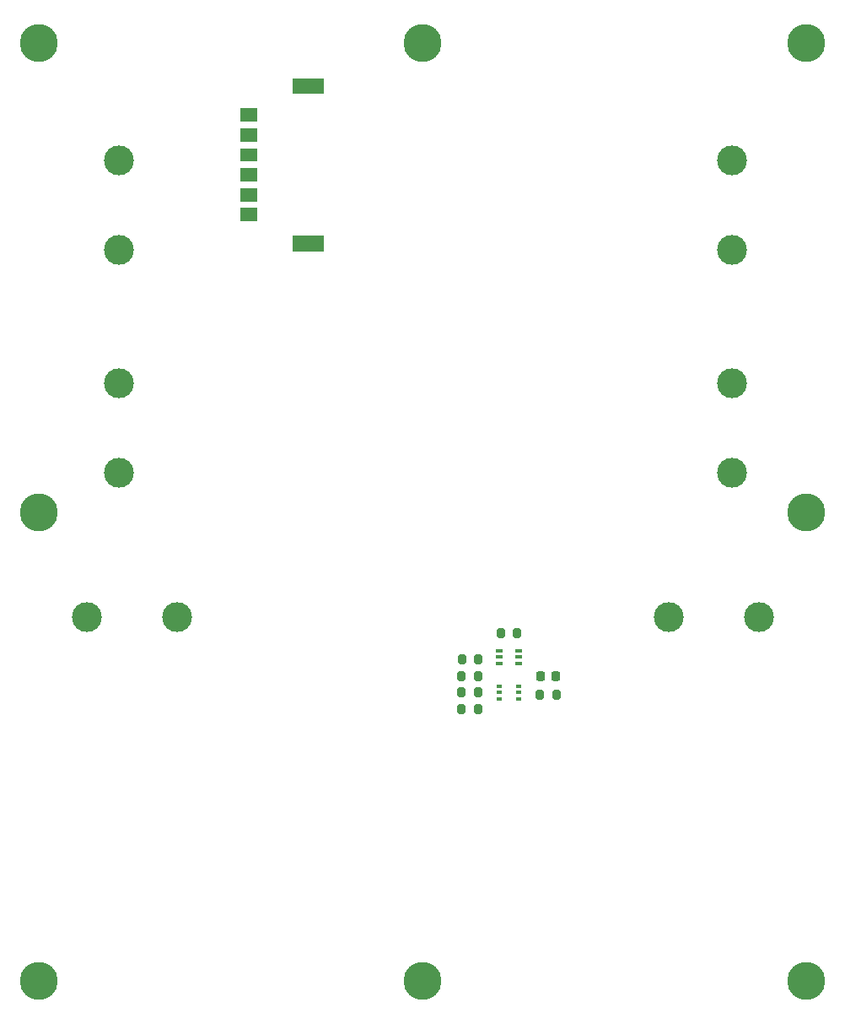
<source format=gbs>
%TF.GenerationSoftware,KiCad,Pcbnew,(6.0.5)*%
%TF.CreationDate,2022-07-09T16:35:03-07:00*%
%TF.ProjectId,solar-panel-side-X-plus,736f6c61-722d-4706-916e-656c2d736964,rev?*%
%TF.SameCoordinates,Original*%
%TF.FileFunction,Soldermask,Bot*%
%TF.FilePolarity,Negative*%
%FSLAX46Y46*%
G04 Gerber Fmt 4.6, Leading zero omitted, Abs format (unit mm)*
G04 Created by KiCad (PCBNEW (6.0.5)) date 2022-07-09 16:35:03*
%MOMM*%
%LPD*%
G01*
G04 APERTURE LIST*
G04 Aperture macros list*
%AMRoundRect*
0 Rectangle with rounded corners*
0 $1 Rounding radius*
0 $2 $3 $4 $5 $6 $7 $8 $9 X,Y pos of 4 corners*
0 Add a 4 corners polygon primitive as box body*
4,1,4,$2,$3,$4,$5,$6,$7,$8,$9,$2,$3,0*
0 Add four circle primitives for the rounded corners*
1,1,$1+$1,$2,$3*
1,1,$1+$1,$4,$5*
1,1,$1+$1,$6,$7*
1,1,$1+$1,$8,$9*
0 Add four rect primitives between the rounded corners*
20,1,$1+$1,$2,$3,$4,$5,0*
20,1,$1+$1,$4,$5,$6,$7,0*
20,1,$1+$1,$6,$7,$8,$9,0*
20,1,$1+$1,$8,$9,$2,$3,0*%
G04 Aperture macros list end*
%ADD10C,0.010000*%
%ADD11C,3.000000*%
%ADD12C,3.800000*%
%ADD13C,2.600000*%
%ADD14R,0.600000X0.400000*%
%ADD15RoundRect,0.200000X0.200000X0.275000X-0.200000X0.275000X-0.200000X-0.275000X0.200000X-0.275000X0*%
%ADD16RoundRect,0.200000X-0.200000X-0.275000X0.200000X-0.275000X0.200000X0.275000X-0.200000X0.275000X0*%
%ADD17R,0.650000X0.400000*%
%ADD18RoundRect,0.225000X-0.225000X-0.250000X0.225000X-0.250000X0.225000X0.250000X-0.225000X0.250000X0*%
G04 APERTURE END LIST*
G36*
X128411200Y-52800200D02*
G01*
X125358800Y-52800200D01*
X125358800Y-51297800D01*
X128411200Y-51297800D01*
X128411200Y-52800200D01*
G37*
D10*
X128411200Y-52800200D02*
X125358800Y-52800200D01*
X125358800Y-51297800D01*
X128411200Y-51297800D01*
X128411200Y-52800200D01*
G36*
X121711200Y-63570200D02*
G01*
X120108800Y-63570200D01*
X120108800Y-62317800D01*
X121711200Y-62317800D01*
X121711200Y-63570200D01*
G37*
X121711200Y-63570200D02*
X120108800Y-63570200D01*
X120108800Y-62317800D01*
X121711200Y-62317800D01*
X121711200Y-63570200D01*
G36*
X121711200Y-55570200D02*
G01*
X120108800Y-55570200D01*
X120108800Y-54317800D01*
X121711200Y-54317800D01*
X121711200Y-55570200D01*
G37*
X121711200Y-55570200D02*
X120108800Y-55570200D01*
X120108800Y-54317800D01*
X121711200Y-54317800D01*
X121711200Y-55570200D01*
G36*
X128411200Y-68590200D02*
G01*
X125358800Y-68590200D01*
X125358800Y-67087800D01*
X128411200Y-67087800D01*
X128411200Y-68590200D01*
G37*
X128411200Y-68590200D02*
X125358800Y-68590200D01*
X125358800Y-67087800D01*
X128411200Y-67087800D01*
X128411200Y-68590200D01*
G36*
X121711200Y-61570200D02*
G01*
X120108800Y-61570200D01*
X120108800Y-60317800D01*
X121711200Y-60317800D01*
X121711200Y-61570200D01*
G37*
X121711200Y-61570200D02*
X120108800Y-61570200D01*
X120108800Y-60317800D01*
X121711200Y-60317800D01*
X121711200Y-61570200D01*
G36*
X121711200Y-65570200D02*
G01*
X120108800Y-65570200D01*
X120108800Y-64317800D01*
X121711200Y-64317800D01*
X121711200Y-65570200D01*
G37*
X121711200Y-65570200D02*
X120108800Y-65570200D01*
X120108800Y-64317800D01*
X121711200Y-64317800D01*
X121711200Y-65570200D01*
G36*
X121711200Y-57570200D02*
G01*
X120108800Y-57570200D01*
X120108800Y-56317800D01*
X121711200Y-56317800D01*
X121711200Y-57570200D01*
G37*
X121711200Y-57570200D02*
X120108800Y-57570200D01*
X120108800Y-56317800D01*
X121711200Y-56317800D01*
X121711200Y-57570200D01*
G36*
X121711200Y-59570200D02*
G01*
X120108800Y-59570200D01*
X120108800Y-58317800D01*
X121711200Y-58317800D01*
X121711200Y-59570200D01*
G37*
X121711200Y-59570200D02*
X120108800Y-59570200D01*
X120108800Y-58317800D01*
X121711200Y-58317800D01*
X121711200Y-59570200D01*
D11*
X169464000Y-59508000D03*
X169464000Y-68508000D03*
X169464000Y-81860000D03*
X169464000Y-90860000D03*
D12*
X176900000Y-94810000D03*
D13*
X176900000Y-94810000D03*
X176900000Y-47810000D03*
D12*
X176900000Y-47810000D03*
X138400000Y-47810000D03*
D13*
X138400000Y-47810000D03*
X99900000Y-47810000D03*
D12*
X99900000Y-47810000D03*
D13*
X99900000Y-94810000D03*
D12*
X99900000Y-94810000D03*
X99900000Y-141810000D03*
D13*
X99900000Y-141810000D03*
X138400000Y-141810000D03*
D12*
X138400000Y-141810000D03*
D13*
X176900000Y-141810000D03*
D12*
X176900000Y-141810000D03*
D11*
X107904000Y-68508000D03*
X107904000Y-59508000D03*
X107904000Y-90860000D03*
X107904000Y-81860000D03*
X104720000Y-105364000D03*
X113720000Y-105364000D03*
X163140000Y-105364000D03*
X172140000Y-105364000D03*
D14*
X146116000Y-113553000D03*
X146116000Y-112903000D03*
X146116000Y-112253000D03*
X148016000Y-112253000D03*
X148016000Y-112903000D03*
X148016000Y-113553000D03*
D15*
X151828000Y-113157000D03*
X150178000Y-113157000D03*
X147891000Y-106934000D03*
X146241000Y-106934000D03*
D16*
X142304000Y-112903000D03*
X143954000Y-112903000D03*
X142304000Y-114554000D03*
X143954000Y-114554000D03*
X142304000Y-111252000D03*
X143954000Y-111252000D03*
D15*
X144017000Y-109601000D03*
X142367000Y-109601000D03*
D17*
X146116000Y-109997000D03*
X146116000Y-109347000D03*
X146116000Y-108697000D03*
X148016000Y-108697000D03*
X148016000Y-109347000D03*
X148016000Y-109997000D03*
D18*
X150228000Y-111252000D03*
X151778000Y-111252000D03*
M02*

</source>
